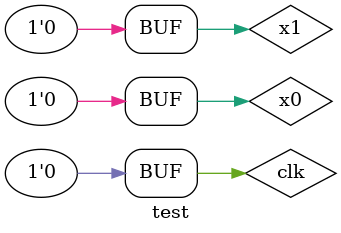
<source format=v>
`timescale 1ns / 1ps
module test(
    );
reg x1, x0, clk;
wire y;
wire [3:0] state;
//TOP testing(.X1(x1), .X0(x0), .FD_CLK(clk), .Y(y));
   TOP UUT (
		.X1(  x1  ), 
		.X0(  x0  ), 
		.FD_CLK(  clk  ), 
		.Y(  y  ),
		.xo_(  state[3]  ), 
		.do_(  state[2]  ), 
		.bo_(  state[1]  ), 
		.ro_(  state[0]  )
   );


//always
	//clk <= #205 ~clk;
	
initial
begin
	clk <=0; 
	x1 = 0;
	x0 = 0; #205;
	clk <=1; #205; clk <=0; #205;
	x0 = 1; #201; clk <=1; #205; clk <=0; #205;
	x0 = 0; #201; clk <=1; #205; clk <=0; #205;
	x0 = 1; #201; clk <=1; #205; clk <=0; #205;
	x0 = 0; #201; clk <=1; #205; clk <=0; #205;
	x0 = 1; #201; clk <=1; #205; clk <=0; #205;
	x0 = 0; #201; clk <=1; #205; clk <=0; #205;
	x1 = 1; #201; clk <=1; #205; clk <=0; #205;
	x1 = 0; #201; clk <=1; #205; clk <=0; #205;
	x1 = 1; #201; clk <=1; #205; clk <=0; #205;
	x0 = 1; #201; clk <=1; #205; clk <=0; #205;
	x0 = 0; #201; clk <=1; #205; clk <=0; #205;
	x1 = 0; #201; clk <=1; #205; clk <=0; #205;
	x0 = 1; #201; clk <=1; #205; clk <=0; #205;
	x0 = 0; #201; clk <=1; #205; clk <=0; #205;
	
end	
	
endmodule

</source>
